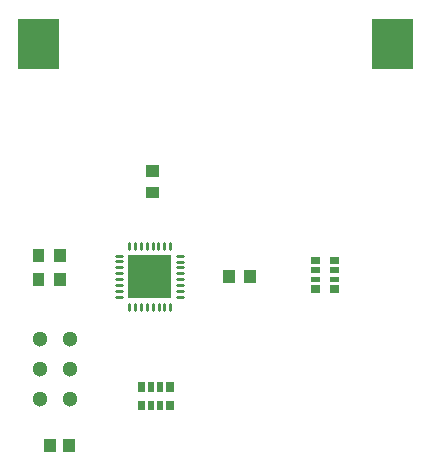
<source format=gbp>
G04 Layer: BottomPasteMaskLayer*
G04 EasyEDA v6.4.7, 2020-11-14T12:43:57+01:00*
G04 ca67bbdea9ee427383f7cb57cdafcb35,58a91c2aa3f04fa292fc60144c522205,10*
G04 Gerber Generator version 0.2*
G04 Scale: 100 percent, Rotated: No, Reflected: No *
G04 Dimensions in millimeters *
G04 leading zeros omitted , absolute positions ,3 integer and 3 decimal *
%FSLAX33Y33*%
%MOMM*%
G90*
D02*

%ADD14C,0.280010*%
%ADD17C,1.299997*%

%LPD*%
G54D14*
G01X29070Y61638D02*
G01X29070Y61118D01*
G01X28569Y61638D02*
G01X28569Y61118D01*
G01X28069Y61638D02*
G01X28069Y61118D01*
G01X27569Y61638D02*
G01X27569Y61118D01*
G01X27071Y61638D02*
G01X27071Y61118D01*
G01X26571Y61638D02*
G01X26571Y61118D01*
G01X26070Y61638D02*
G01X26070Y61118D01*
G01X25570Y61638D02*
G01X25570Y61118D01*
G01X25565Y66248D02*
G01X25565Y66768D01*
G01X26065Y66248D02*
G01X26065Y66768D01*
G01X26565Y66248D02*
G01X26565Y66768D01*
G01X27066Y66248D02*
G01X27066Y66768D01*
G01X27564Y66248D02*
G01X27564Y66768D01*
G01X28064Y66248D02*
G01X28064Y66768D01*
G01X28564Y66248D02*
G01X28564Y66768D01*
G01X29065Y66248D02*
G01X29065Y66768D01*
G01X25012Y65696D02*
G01X24492Y65696D01*
G01X25012Y65195D02*
G01X24492Y65195D01*
G01X25012Y64695D02*
G01X24492Y64695D01*
G01X25012Y64194D02*
G01X24492Y64194D01*
G01X25012Y63697D02*
G01X24492Y63697D01*
G01X25012Y63196D02*
G01X24492Y63196D01*
G01X25012Y62696D02*
G01X24492Y62696D01*
G01X25012Y62195D02*
G01X24492Y62195D01*
G01X29623Y62190D02*
G01X30143Y62190D01*
G01X29623Y62691D02*
G01X30143Y62691D01*
G01X29623Y63191D02*
G01X30143Y63191D01*
G01X29623Y63691D02*
G01X30143Y63691D01*
G01X29623Y64189D02*
G01X30143Y64189D01*
G01X29623Y64690D02*
G01X30143Y64690D01*
G01X29623Y65190D02*
G01X30143Y65190D01*
G01X29623Y65690D02*
G01X30143Y65690D01*
G36*
G01X33537Y63393D02*
G01X34537Y63393D01*
G01X34537Y64493D01*
G01X33537Y64493D01*
G01X33537Y63393D01*
G37*
G36*
G01X35337Y63393D02*
G01X36337Y63393D01*
G01X36337Y64493D01*
G01X35337Y64493D01*
G01X35337Y63393D01*
G37*
G36*
G01X17408Y63139D02*
G01X18408Y63139D01*
G01X18408Y64239D01*
G01X17408Y64239D01*
G01X17408Y63139D01*
G37*
G36*
G01X19208Y63139D02*
G01X20208Y63139D01*
G01X20208Y64239D01*
G01X19208Y64239D01*
G01X19208Y63139D01*
G37*
G36*
G01X27021Y73344D02*
G01X27021Y72344D01*
G01X28121Y72344D01*
G01X28121Y73344D01*
G01X27021Y73344D01*
G37*
G36*
G01X27021Y71544D02*
G01X27021Y70544D01*
G01X28121Y70544D01*
G01X28121Y71544D01*
G01X27021Y71544D01*
G37*
G36*
G01X20208Y66271D02*
G01X19208Y66271D01*
G01X19208Y65171D01*
G01X20208Y65171D01*
G01X20208Y66271D01*
G37*
G36*
G01X18408Y66271D02*
G01X17408Y66271D01*
G01X17408Y65171D01*
G01X18408Y65171D01*
G01X18408Y66271D01*
G37*
G36*
G01X19397Y50142D02*
G01X18397Y50142D01*
G01X18397Y49042D01*
G01X19397Y49042D01*
G01X19397Y50142D01*
G37*
G36*
G01X20997Y50142D02*
G01X19997Y50142D01*
G01X19997Y49042D01*
G01X20997Y49042D01*
G01X20997Y50142D01*
G37*
G54D17*
G01X20586Y58609D03*
G01X18046Y58609D03*
G01X20586Y56069D03*
G01X18046Y56069D03*
G01X20586Y53529D03*
G01X18046Y53529D03*
G36*
G01X40976Y63195D02*
G01X40976Y62545D01*
G01X41776Y62545D01*
G01X41776Y63195D01*
G01X40976Y63195D01*
G37*
G36*
G01X42576Y63195D02*
G01X42576Y62545D01*
G01X43376Y62545D01*
G01X43376Y63195D01*
G01X42576Y63195D01*
G37*
G36*
G01X40976Y63920D02*
G01X40976Y63420D01*
G01X41776Y63420D01*
G01X41776Y63920D01*
G01X40976Y63920D01*
G37*
G36*
G01X42576Y63920D02*
G01X42576Y63420D01*
G01X43376Y63420D01*
G01X43376Y63920D01*
G01X42576Y63920D01*
G37*
G36*
G01X40976Y64720D02*
G01X40976Y64220D01*
G01X41776Y64220D01*
G01X41776Y64720D01*
G01X40976Y64720D01*
G37*
G36*
G01X42576Y64720D02*
G01X42576Y64220D01*
G01X43376Y64220D01*
G01X43376Y64720D01*
G01X42576Y64720D01*
G37*
G36*
G01X40976Y65595D02*
G01X40976Y64945D01*
G01X41776Y64945D01*
G01X41776Y65595D01*
G01X40976Y65595D01*
G37*
G36*
G01X42576Y65595D02*
G01X42576Y64945D01*
G01X43376Y64945D01*
G01X43376Y65595D01*
G01X42576Y65595D01*
G37*
G36*
G01X26950Y54983D02*
G01X26300Y54983D01*
G01X26300Y54183D01*
G01X26950Y54183D01*
G01X26950Y54983D01*
G37*
G36*
G01X26950Y53383D02*
G01X26300Y53383D01*
G01X26300Y52583D01*
G01X26950Y52583D01*
G01X26950Y53383D01*
G37*
G36*
G01X27675Y54983D02*
G01X27175Y54983D01*
G01X27175Y54183D01*
G01X27675Y54183D01*
G01X27675Y54983D01*
G37*
G36*
G01X27675Y53383D02*
G01X27175Y53383D01*
G01X27175Y52583D01*
G01X27675Y52583D01*
G01X27675Y53383D01*
G37*
G36*
G01X28475Y54983D02*
G01X27975Y54983D01*
G01X27975Y54183D01*
G01X28475Y54183D01*
G01X28475Y54983D01*
G37*
G36*
G01X28475Y53383D02*
G01X27975Y53383D01*
G01X27975Y52583D01*
G01X28475Y52583D01*
G01X28475Y53383D01*
G37*
G36*
G01X29350Y54983D02*
G01X28700Y54983D01*
G01X28700Y54183D01*
G01X29350Y54183D01*
G01X29350Y54983D01*
G37*
G36*
G01X29350Y53383D02*
G01X28700Y53383D01*
G01X28700Y52583D01*
G01X29350Y52583D01*
G01X29350Y53383D01*
G37*
G36*
G01X49643Y85728D02*
G01X46143Y85728D01*
G01X46143Y81528D01*
G01X49643Y81528D01*
G01X49643Y85728D01*
G37*
G36*
G01X19667Y85728D02*
G01X16167Y85728D01*
G01X16167Y81528D01*
G01X19667Y81528D01*
G01X19667Y85728D01*
G37*
G36*
G01X25517Y65743D02*
G01X25517Y62143D01*
G01X29117Y62143D01*
G01X29117Y65743D01*
G01X25517Y65743D01*
G37*
M00*
M02*

</source>
